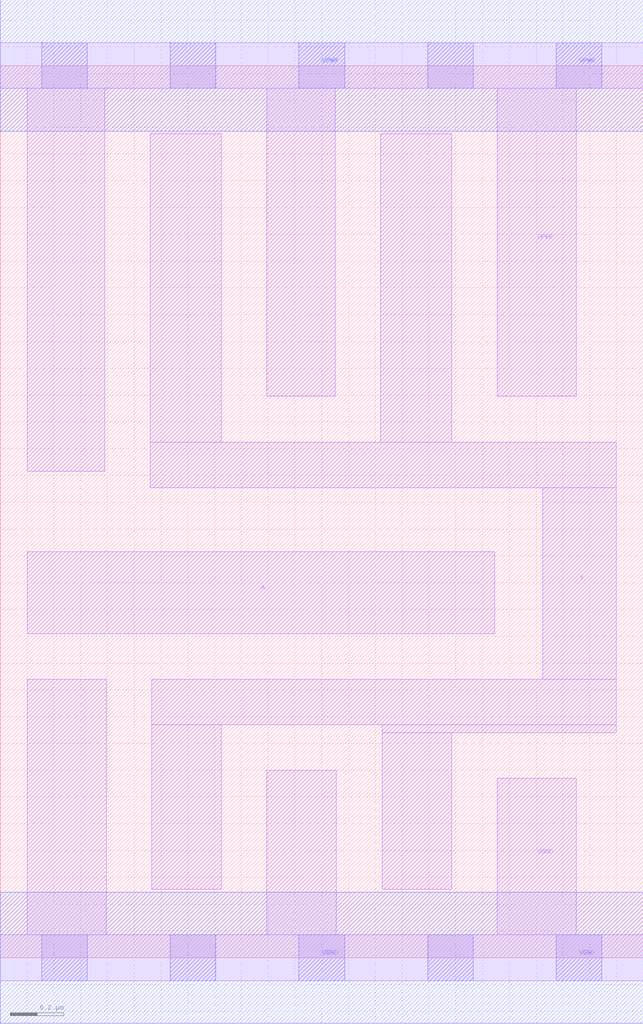
<source format=lef>
# Copyright 2020 The SkyWater PDK Authors
#
# Licensed under the Apache License, Version 2.0 (the "License");
# you may not use this file except in compliance with the License.
# You may obtain a copy of the License at
#
#     https://www.apache.org/licenses/LICENSE-2.0
#
# Unless required by applicable law or agreed to in writing, software
# distributed under the License is distributed on an "AS IS" BASIS,
# WITHOUT WARRANTIES OR CONDITIONS OF ANY KIND, either express or implied.
# See the License for the specific language governing permissions and
# limitations under the License.
#
# SPDX-License-Identifier: Apache-2.0

VERSION 5.7 ;
  NAMESCASESENSITIVE ON ;
  NOWIREEXTENSIONATPIN ON ;
  DIVIDERCHAR "/" ;
  BUSBITCHARS "[]" ;
UNITS
  DATABASE MICRONS 200 ;
END UNITS
MACRO sky130_fd_sc_lp__inv_4
  CLASS CORE ;
  SOURCE USER ;
  FOREIGN sky130_fd_sc_lp__inv_4 ;
  ORIGIN  0.000000  0.000000 ;
  SIZE  2.400000 BY  3.330000 ;
  SYMMETRY X Y R90 ;
  SITE unit ;
  PIN A
    ANTENNAGATEAREA  1.260000 ;
    DIRECTION INPUT ;
    USE SIGNAL ;
    PORT
      LAYER li1 ;
        RECT 0.100000 1.210000 1.845000 1.515000 ;
    END
  END A
  PIN Y
    ANTENNADIFFAREA  1.176000 ;
    DIRECTION OUTPUT ;
    USE SIGNAL ;
    PORT
      LAYER li1 ;
        RECT 0.560000 1.755000 2.300000 1.925000 ;
        RECT 0.560000 1.925000 0.825000 3.075000 ;
        RECT 0.565000 0.255000 0.825000 0.870000 ;
        RECT 0.565000 0.870000 2.300000 1.040000 ;
        RECT 1.420000 1.925000 1.685000 3.075000 ;
        RECT 1.425000 0.255000 1.685000 0.840000 ;
        RECT 1.425000 0.840000 2.300000 0.870000 ;
        RECT 2.025000 1.040000 2.300000 1.755000 ;
    END
  END Y
  PIN VGND
    DIRECTION INOUT ;
    USE GROUND ;
    PORT
      LAYER li1 ;
        RECT 0.000000 -0.085000 2.400000 0.085000 ;
        RECT 0.100000  0.085000 0.395000 1.040000 ;
        RECT 0.995000  0.085000 1.255000 0.700000 ;
        RECT 1.855000  0.085000 2.150000 0.670000 ;
      LAYER mcon ;
        RECT 0.155000 -0.085000 0.325000 0.085000 ;
        RECT 0.635000 -0.085000 0.805000 0.085000 ;
        RECT 1.115000 -0.085000 1.285000 0.085000 ;
        RECT 1.595000 -0.085000 1.765000 0.085000 ;
        RECT 2.075000 -0.085000 2.245000 0.085000 ;
      LAYER met1 ;
        RECT 0.000000 -0.245000 2.400000 0.245000 ;
    END
  END VGND
  PIN VPWR
    DIRECTION INOUT ;
    USE POWER ;
    PORT
      LAYER li1 ;
        RECT 0.000000 3.245000 2.400000 3.415000 ;
        RECT 0.100000 1.815000 0.390000 3.245000 ;
        RECT 0.995000 2.095000 1.250000 3.245000 ;
        RECT 1.855000 2.095000 2.150000 3.245000 ;
      LAYER mcon ;
        RECT 0.155000 3.245000 0.325000 3.415000 ;
        RECT 0.635000 3.245000 0.805000 3.415000 ;
        RECT 1.115000 3.245000 1.285000 3.415000 ;
        RECT 1.595000 3.245000 1.765000 3.415000 ;
        RECT 2.075000 3.245000 2.245000 3.415000 ;
      LAYER met1 ;
        RECT 0.000000 3.085000 2.400000 3.575000 ;
    END
  END VPWR
END sky130_fd_sc_lp__inv_4

</source>
